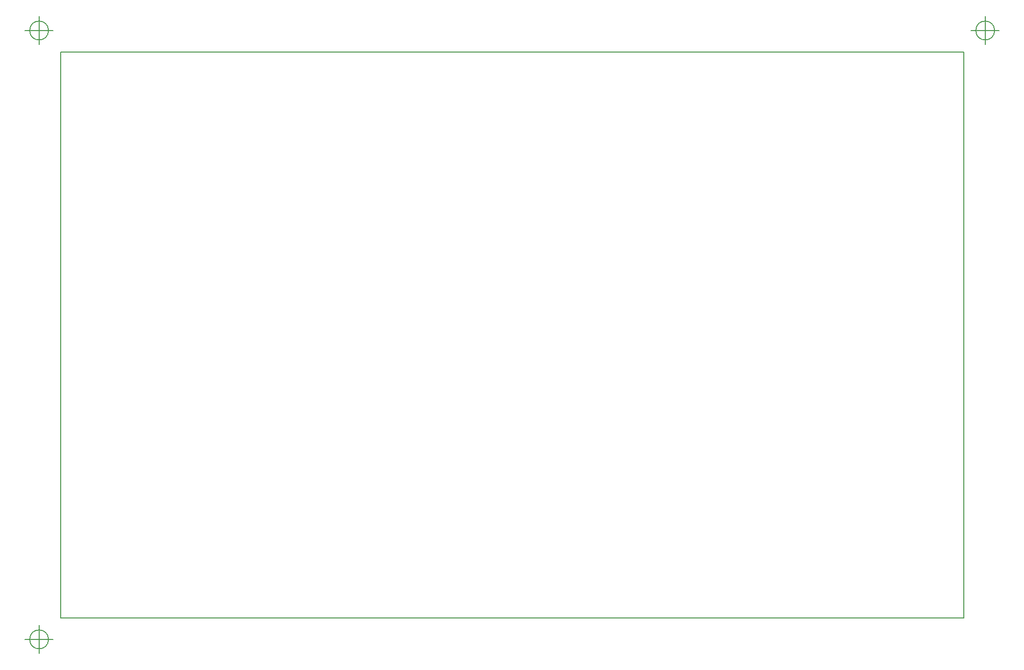
<source format=gm1>
G04 #@! TF.GenerationSoftware,KiCad,Pcbnew,5.1.10-88a1d61d58~88~ubuntu18.04.1*
G04 #@! TF.CreationDate,2022-09-15T09:05:11+02:00*
G04 #@! TF.ProjectId,FPGA_buffer_board,46504741-5f62-4756-9666-65725f626f61,v1.4*
G04 #@! TF.SameCoordinates,Original*
G04 #@! TF.FileFunction,Profile,NP*
%FSLAX46Y46*%
G04 Gerber Fmt 4.6, Leading zero omitted, Abs format (unit mm)*
G04 Created by KiCad (PCBNEW 5.1.10-88a1d61d58~88~ubuntu18.04.1) date 2022-09-15 09:05:11*
%MOMM*%
%LPD*%
G01*
G04 APERTURE LIST*
G04 #@! TA.AperFunction,Profile*
%ADD10C,0.200000*%
G04 #@! TD*
G04 APERTURE END LIST*
D10*
X86756666Y-153670000D02*
G75*
G03*
X86756666Y-153670000I-1666666J0D01*
G01*
X82590000Y-153670000D02*
X87590000Y-153670000D01*
X85090000Y-151170000D02*
X85090000Y-156170000D01*
X254396666Y-45720000D02*
G75*
G03*
X254396666Y-45720000I-1666666J0D01*
G01*
X250230000Y-45720000D02*
X255230000Y-45720000D01*
X252730000Y-43220000D02*
X252730000Y-48220000D01*
X86756666Y-45720000D02*
G75*
G03*
X86756666Y-45720000I-1666666J0D01*
G01*
X82590000Y-45720000D02*
X87590000Y-45720000D01*
X85090000Y-43220000D02*
X85090000Y-48220000D01*
X248920000Y-149860000D02*
X88900000Y-149860000D01*
X248920000Y-49530000D02*
X248920000Y-149860000D01*
X88900000Y-49530000D02*
X248920000Y-49530000D01*
X88900000Y-149860000D02*
X88900000Y-49530000D01*
M02*

</source>
